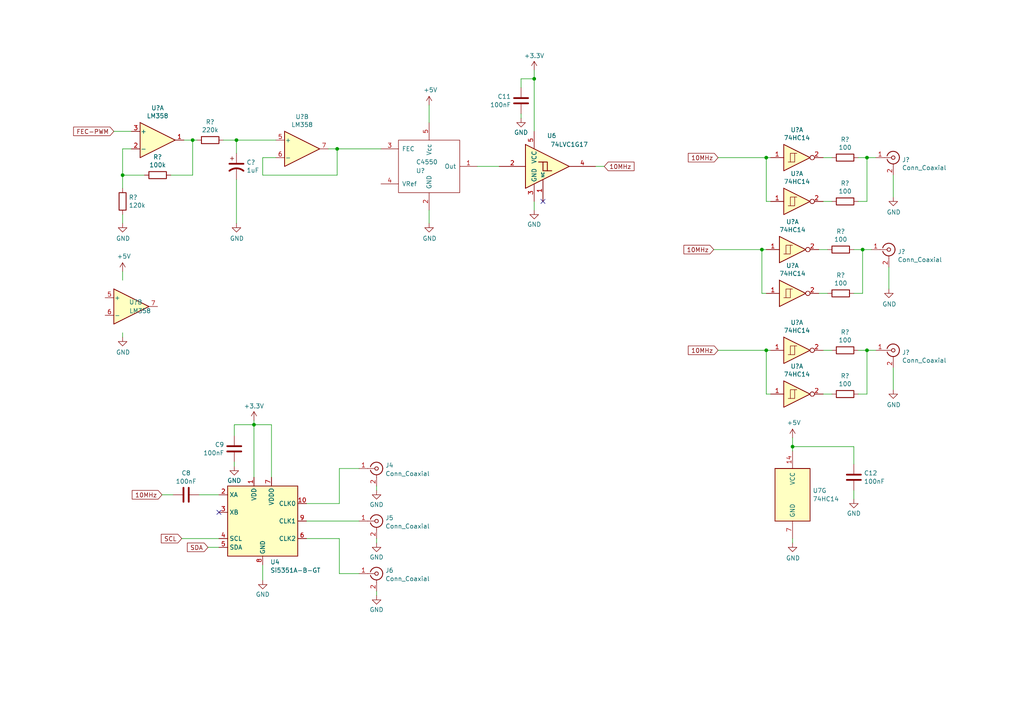
<source format=kicad_sch>
(kicad_sch (version 20230121) (generator eeschema)
  (paper "A4")
  (lib_symbols
    (symbol "74xGxx:74LVC1G17"
      (property "Reference" "U" (at 2.54 7.62 0))
      (property "Value" "74LVC1G17" (at 5.08 -7.62 0))
      (symbol "74LVC1G17_0_1"
        (polyline (pts (xy -2.54 1.27) (xy -1.27 1.27) (xy -1.27 -1.27)) (stroke (width 0.254)) (fill (type background)))
        (polyline (pts (xy -7.62 6.35) (xy -7.62 -6.35) (xy 5.08 0) (xy -7.62 6.35)) (stroke (width 0.254)) (fill (type background)))
        (polyline (pts (xy -3.81 1.27) (xy -2.54 1.27) (xy -2.54 -1.27) (xy 0 -1.27)) (stroke (width 0.254)) (fill (type background)))
      )
      (symbol "74LVC1G17_1_1"
        (pin free line (at -2.54 -10.16 90) (length 6.35) (name "NC") (number "1"))
        (pin input line (at -15.24 0 0) (length 7.62) (name "~") (number "2"))
        (pin power_in line (at -5.08 -10.16 90) (length 5.08) (name "GND") (number "3"))
        (pin output line (at 12.7 0 180) (length 7.62) (name "~") (number "4"))
        (pin power_in line (at -5.08 10.16 270) (length 5.08) (name "VCC") (number "5"))
      )
    )
    (symbol "74xx:74HC14" (pin_names (offset 1.016))
      (property "Reference" "U" (at 0 1.27 0))
      (property "Value" "74HC14" (at 0 -1.27 0))
      (symbol "74HC14_1_0"
        (polyline (pts (xy -3.81 3.81) (xy -3.81 -3.81) (xy 3.81 0) (xy -3.81 3.81)) (stroke (width 0.254)) (fill (type background)))
        (pin input line (at -7.62 0 0) (length 3.81) (name "~") (number "1"))
        (pin output inverted (at 7.62 0 180) (length 3.81) (name "~") (number "2"))
      )
      (symbol "74HC14_1_1"
        (polyline (pts (xy -1.905 -1.27) (xy -1.905 1.27) (xy -0.635 1.27)))
        (polyline (pts (xy -2.54 -1.27) (xy -0.635 -1.27) (xy -0.635 1.27) (xy 0 1.27)))
      )
      (symbol "74HC14_2_0"
        (polyline (pts (xy -3.81 3.81) (xy -3.81 -3.81) (xy 3.81 0) (xy -3.81 3.81)) (stroke (width 0.254)) (fill (type background)))
        (pin input line (at -7.62 0 0) (length 3.81) (name "~") (number "3"))
        (pin output inverted (at 7.62 0 180) (length 3.81) (name "~") (number "4"))
      )
      (symbol "74HC14_2_1"
        (polyline (pts (xy -1.905 -1.27) (xy -1.905 1.27) (xy -0.635 1.27)))
        (polyline (pts (xy -2.54 -1.27) (xy -0.635 -1.27) (xy -0.635 1.27) (xy 0 1.27)))
      )
      (symbol "74HC14_3_0"
        (polyline (pts (xy -3.81 3.81) (xy -3.81 -3.81) (xy 3.81 0) (xy -3.81 3.81)) (stroke (width 0.254)) (fill (type background)))
        (pin input line (at -7.62 0 0) (length 3.81) (name "~") (number "5"))
        (pin output inverted (at 7.62 0 180) (length 3.81) (name "~") (number "6"))
      )
      (symbol "74HC14_3_1"
        (polyline (pts (xy -1.905 -1.27) (xy -1.905 1.27) (xy -0.635 1.27)))
        (polyline (pts (xy -2.54 -1.27) (xy -0.635 -1.27) (xy -0.635 1.27) (xy 0 1.27)))
      )
      (symbol "74HC14_4_0"
        (polyline (pts (xy -3.81 3.81) (xy -3.81 -3.81) (xy 3.81 0) (xy -3.81 3.81)) (stroke (width 0.254)) (fill (type background)))
        (pin output inverted (at 7.62 0 180) (length 3.81) (name "~") (number "8"))
        (pin input line (at -7.62 0 0) (length 3.81) (name "~") (number "9"))
      )
      (symbol "74HC14_4_1"
        (polyline (pts (xy -1.905 -1.27) (xy -1.905 1.27) (xy -0.635 1.27)))
        (polyline (pts (xy -2.54 -1.27) (xy -0.635 -1.27) (xy -0.635 1.27) (xy 0 1.27)))
      )
      (symbol "74HC14_5_0"
        (polyline (pts (xy -3.81 3.81) (xy -3.81 -3.81) (xy 3.81 0) (xy -3.81 3.81)) (stroke (width 0.254)) (fill (type background)))
        (pin output inverted (at 7.62 0 180) (length 3.81) (name "~") (number "10"))
        (pin input line (at -7.62 0 0) (length 3.81) (name "~") (number "11"))
      )
      (symbol "74HC14_5_1"
        (polyline (pts (xy -1.905 -1.27) (xy -1.905 1.27) (xy -0.635 1.27)))
        (polyline (pts (xy -2.54 -1.27) (xy -0.635 -1.27) (xy -0.635 1.27) (xy 0 1.27)))
      )
      (symbol "74HC14_6_0"
        (polyline (pts (xy -3.81 3.81) (xy -3.81 -3.81) (xy 3.81 0) (xy -3.81 3.81)) (stroke (width 0.254)) (fill (type background)))
        (pin output inverted (at 7.62 0 180) (length 3.81) (name "~") (number "12"))
        (pin input line (at -7.62 0 0) (length 3.81) (name "~") (number "13"))
      )
      (symbol "74HC14_6_1"
        (polyline (pts (xy -1.905 -1.27) (xy -1.905 1.27) (xy -0.635 1.27)))
        (polyline (pts (xy -2.54 -1.27) (xy -0.635 -1.27) (xy -0.635 1.27) (xy 0 1.27)))
      )
      (symbol "74HC14_7_0"
        (pin power_in line (at 0 12.7 270) (length 5.08) (name "VCC") (number "14"))
        (pin power_in line (at 0 -12.7 90) (length 5.08) (name "GND") (number "7"))
      )
      (symbol "74HC14_7_1"
        (rectangle (start -5.08 7.62) (end 5.08 -7.62) (stroke (width 0.254)) (fill (type background)))
      )
    )
    (symbol "Amplifier_Operational:LM358" (pin_names (offset 0.127))
      (property "Reference" "U" (at 0 5.08 0))
      (property "Value" "LM358" (at 0 -5.08 0))
      (symbol "LM358_1_1"
        (polyline (pts (xy -5.08 5.08) (xy 5.08 0) (xy -5.08 -5.08) (xy -5.08 5.08)) (stroke (width 0.254)) (fill (type background)))
        (pin output line (at 7.62 0 180) (length 2.54) (name "~") (number "1"))
        (pin input line (at -7.62 -2.54 0) (length 2.54) (name "-") (number "2"))
        (pin input line (at -7.62 2.54 0) (length 2.54) (name "+") (number "3"))
      )
      (symbol "LM358_2_1"
        (polyline (pts (xy -5.08 5.08) (xy 5.08 0) (xy -5.08 -5.08) (xy -5.08 5.08)) (stroke (width 0.254)) (fill (type background)))
        (pin input line (at -7.62 2.54 0) (length 2.54) (name "+") (number "5"))
        (pin input line (at -7.62 -2.54 0) (length 2.54) (name "-") (number "6"))
        (pin output line (at 7.62 0 180) (length 2.54) (name "~") (number "7"))
      )
      (symbol "LM358_3_1"
        (pin power_in line (at -2.54 -7.62 90) (length 3.81) (name "V-") (number "4"))
        (pin power_in line (at -2.54 7.62 270) (length 3.81) (name "V+") (number "8"))
      )
    )
    (symbol "Connector:Conn_Coaxial" (pin_names (offset 1.016) hide)
      (property "Reference" "J" (at 0.254 3.048 0))
      (property "Value" "Conn_Coaxial" (at 2.921 0 90))
      (symbol "Conn_Coaxial_0_1"
        (arc (start -1.778 -0.508) (mid 0.2311 -1.8066) (end 1.778 0) (stroke (width 0.254)))
        (polyline (pts (xy -2.54 0) (xy -0.508 0)))
        (polyline (pts (xy 0 -2.54) (xy 0 -1.778)))
        (circle (center 0 0) (radius 0.508) (stroke (width 0.2032)))
        (arc (start 1.778 0) (mid 0.2099 1.8101) (end -1.778 0.508) (stroke (width 0.254)))
      )
      (symbol "Conn_Coaxial_1_1"
        (pin passive line (at -5.08 0 0) (length 2.54) (name "In") (number "1"))
        (pin passive line (at 0 -5.08 90) (length 2.54) (name "Ext") (number "2"))
      )
    )
    (symbol "Device:C" (pin_numbers hide) (pin_names (offset 0.254))
      (property "Reference" "C" (at 0.635 2.54 0))
      (property "Value" "C" (at 0.635 -2.54 0))
      (symbol "C_0_1"
        (polyline (pts (xy -2.032 -0.762) (xy 2.032 -0.762)) (stroke (width 0.508)))
        (polyline (pts (xy -2.032 0.762) (xy 2.032 0.762)) (stroke (width 0.508)))
      )
      (symbol "C_1_1"
        (pin passive line (at 0 3.81 270) (length 2.794) (name "~") (number "1"))
        (pin passive line (at 0 -3.81 90) (length 2.794) (name "~") (number "2"))
      )
    )
    (symbol "Device:R" (pin_numbers hide) (pin_names (offset 0))
      (property "Reference" "R" (at 2.032 0 90))
      (property "Value" "R" (at 0 0 90))
      (symbol "R_0_1"
        (rectangle (start -1.016 -2.54) (end 1.016 2.54) (stroke (width 0.254)))
      )
      (symbol "R_1_1"
        (pin passive line (at 0 3.81 270) (length 1.27) (name "~") (number "1"))
        (pin passive line (at 0 -3.81 90) (length 1.27) (name "~") (number "2"))
      )
    )
    (symbol "Oscillator:Si5351A-B-GT"
      (property "Reference" "U" (at -8.89 11.43 0))
      (property "Value" "Si5351A-B-GT" (at -12.7 -12.7 0))
      (symbol "Si5351A-B-GT_0_1"
        (rectangle (start -10.16 10.16) (end 10.16 -10.16) (stroke (width 0.254)) (fill (type background)))
      )
      (symbol "Si5351A-B-GT_1_1"
        (pin power_in line (at -2.54 12.7 270) (length 2.54) (name "VDD") (number "1"))
        (pin output line (at 12.7 5.08 180) (length 2.54) (name "CLK0") (number "10"))
        (pin input line (at -12.7 7.62 0) (length 2.54) (name "XA") (number "2"))
        (pin input line (at -12.7 2.54 0) (length 2.54) (name "XB") (number "3"))
        (pin input line (at -12.7 -5.08 0) (length 2.54) (name "SCL") (number "4"))
        (pin bidirectional line (at -12.7 -7.62 0) (length 2.54) (name "SDA") (number "5"))
        (pin output line (at 12.7 -5.08 180) (length 2.54) (name "CLK2") (number "6"))
        (pin power_in line (at 2.54 12.7 270) (length 2.54) (name "VDDO") (number "7"))
        (pin power_in line (at 0 -12.7 90) (length 2.54) (name "GND") (number "8"))
        (pin output line (at 12.7 0 180) (length 2.54) (name "CLK1") (number "9"))
      )
    )
    (symbol "c4550:C4550" (pin_names (offset 1.016))
      (property "Reference" "U" (at 0 -1.27 0))
      (property "Value" "C4550" (at 0 1.27 0))
      (symbol "C4550_0_1"
        (rectangle (start 8.89 7.62) (end -8.89 -7.62))
      )
      (symbol "C4550_1_1"
        (pin output line (at 13.97 0 180) (length 5.08) (name "Out") (number "1"))
        (pin power_in line (at 0 -12.7 90) (length 5.08) (name "GND") (number "2"))
        (pin input line (at -13.97 5.08 0) (length 5.08) (name "FEC") (number "3"))
        (pin output line (at -13.97 -5.08 0) (length 5.08) (name "VRef") (number "4"))
        (pin power_in line (at 0 12.7 270) (length 5.08) (name "Vcc") (number "5"))
      )
    )
    (symbol "cheapsdo-rescue:CP1-Device" (pin_numbers hide) (pin_names (offset 0.254) hide)
      (property "Reference" "C" (at 0.635 2.54 0))
      (property "Value" "Device_CP1" (at 0.635 -2.54 0))
      (symbol "CP1-Device_0_1"
        (polyline (pts (xy -2.032 0.762) (xy 2.032 0.762)) (stroke (width 0.508)))
        (polyline (pts (xy -1.778 2.286) (xy -0.762 2.286)))
        (polyline (pts (xy -1.27 1.778) (xy -1.27 2.794)))
        (arc (start 2.032 -1.27) (mid 0 -0.5572) (end -2.032 -1.27) (stroke (width 0.508)))
      )
      (symbol "CP1-Device_1_1"
        (pin passive line (at 0 3.81 270) (length 2.794) (name "~") (number "1"))
        (pin passive line (at 0 -3.81 90) (length 3.302) (name "~") (number "2"))
      )
    )
    (symbol "power:+3.3V" (power) (pin_names (offset 0))
      (property "Value" "+3.3V" (at 0 3.556 0))
      (symbol "+3.3V_0_1"
        (polyline (pts (xy -0.762 1.27) (xy 0 2.54)))
        (polyline (pts (xy 0 0) (xy 0 2.54)))
        (polyline (pts (xy 0 2.54) (xy 0.762 1.27)))
      )
      (symbol "+3.3V_1_1"
        (pin power_in line (at 0 0 90) (length 0) hide (name "+3.3V") (number "1"))
      )
    )
    (symbol "power:+5V" (power) (pin_names (offset 0))
      (property "Value" "+5V" (at 0 3.556 0))
      (symbol "+5V_0_1"
        (polyline (pts (xy -0.762 1.27) (xy 0 2.54)))
        (polyline (pts (xy 0 0) (xy 0 2.54)))
        (polyline (pts (xy 0 2.54) (xy 0.762 1.27)))
      )
      (symbol "+5V_1_1"
        (pin power_in line (at 0 0 90) (length 0) hide (name "+5V") (number "1"))
      )
    )
    (symbol "power:GND" (power) (pin_names (offset 0))
      (property "Value" "GND" (at 0 -3.81 0))
      (symbol "GND_0_1"
        (polyline (pts (xy 0 0) (xy 0 -1.27) (xy 1.27 -1.27) (xy 0 -2.54) (xy -1.27 -1.27) (xy 0 -1.27)))
      )
      (symbol "GND_1_1"
        (pin power_in line (at 0 0 270) (length 0) hide (name "GND") (number "1"))
      )
    )
  )
  (junction (at 251.46 45.72))
  (junction (at 154.94 22.86))
  (junction (at 251.46 101.6))
  (junction (at 222.25 101.6))
  (junction (at 55.88 40.64))
  (junction (at 250.19 72.39))
  (junction (at 229.87 129.54))
  (junction (at 35.56 50.8))
  (junction (at 222.25 45.72))
  (junction (at 220.98 72.39))
  (junction (at 68.58 40.64))
  (junction (at 97.79 43.18))
  (junction (at 73.66 123.19))
  (no_connect (at 63.5 148.59))
  (no_connect (at 157.48 58.42))
  (wire (pts (xy 238.76 101.6) (xy 241.3 101.6)))
  (wire (pts (xy 88.9 146.05) (xy 98.425 146.05)))
  (wire (pts (xy 109.22 156.21) (xy 109.22 157.48)))
  (wire (pts (xy 38.1 43.18) (xy 35.56 43.18)))
  (wire (pts (xy 97.79 43.18) (xy 95.25 43.18)))
  (wire (pts (xy 55.88 40.64) (xy 53.34 40.64)))
  (wire (pts (xy 80.01 45.72) (xy 76.2 45.72)))
  (wire (pts (xy 222.25 58.42) (xy 223.52 58.42)))
  (wire (pts (xy 35.56 62.23) (xy 35.56 64.77)))
  (wire (pts (xy 78.74 138.43) (xy 78.74 123.19)))
  (wire (pts (xy 220.98 72.39) (xy 220.98 85.09)))
  (wire (pts (xy 151.13 25.4) (xy 151.13 22.86)))
  (wire (pts (xy 49.53 50.8) (xy 55.88 50.8)))
  (wire (pts (xy 73.66 121.92) (xy 73.66 123.19)))
  (wire (pts (xy 229.87 129.54) (xy 229.87 130.81)))
  (wire (pts (xy 33.02 38.1) (xy 38.1 38.1)))
  (wire (pts (xy 208.28 101.6) (xy 222.25 101.6)))
  (wire (pts (xy 35.56 96.52) (xy 35.56 97.79)))
  (wire (pts (xy 78.74 123.19) (xy 73.66 123.19)))
  (wire (pts (xy 238.76 114.3) (xy 241.3 114.3)))
  (wire (pts (xy 237.49 85.09) (xy 240.03 85.09)))
  (wire (pts (xy 88.9 151.13) (xy 104.14 151.13)))
  (wire (pts (xy 220.98 72.39) (xy 222.25 72.39)))
  (wire (pts (xy 229.87 129.54) (xy 247.65 129.54)))
  (wire (pts (xy 109.22 140.97) (xy 109.22 142.24)))
  (wire (pts (xy 222.25 101.6) (xy 222.25 114.3)))
  (wire (pts (xy 76.2 163.83) (xy 76.2 168.275)))
  (wire (pts (xy 104.14 166.37) (xy 98.425 166.37)))
  (wire (pts (xy 208.28 45.72) (xy 222.25 45.72)))
  (wire (pts (xy 154.94 58.42) (xy 154.94 60.96)))
  (wire (pts (xy 222.25 45.72) (xy 222.25 58.42)))
  (wire (pts (xy 73.66 123.19) (xy 73.66 138.43)))
  (wire (pts (xy 154.94 22.86) (xy 154.94 38.1)))
  (wire (pts (xy 138.43 48.26) (xy 144.78 48.26)))
  (wire (pts (xy 251.46 45.72) (xy 254 45.72)))
  (wire (pts (xy 229.87 127) (xy 229.87 129.54)))
  (wire (pts (xy 257.81 77.47) (xy 257.81 83.82)))
  (wire (pts (xy 68.58 64.77) (xy 68.58 52.07)))
  (wire (pts (xy 98.425 146.05) (xy 98.425 135.89)))
  (wire (pts (xy 76.2 50.8) (xy 97.79 50.8)))
  (wire (pts (xy 55.88 50.8) (xy 55.88 40.64)))
  (wire (pts (xy 207.01 72.39) (xy 220.98 72.39)))
  (wire (pts (xy 259.08 50.8) (xy 259.08 57.15)))
  (wire (pts (xy 35.56 43.18) (xy 35.56 50.8)))
  (wire (pts (xy 251.46 45.72) (xy 251.46 58.42)))
  (wire (pts (xy 67.945 123.19) (xy 67.945 126.365)))
  (wire (pts (xy 124.46 35.56) (xy 124.46 30.48)))
  (wire (pts (xy 250.19 72.39) (xy 250.19 85.09)))
  (wire (pts (xy 98.425 156.21) (xy 88.9 156.21)))
  (wire (pts (xy 35.56 54.61) (xy 35.56 50.8)))
  (wire (pts (xy 250.19 72.39) (xy 252.73 72.39)))
  (wire (pts (xy 68.58 40.64) (xy 68.58 44.45)))
  (wire (pts (xy 247.65 72.39) (xy 250.19 72.39)))
  (wire (pts (xy 60.325 158.75) (xy 63.5 158.75)))
  (wire (pts (xy 222.25 114.3) (xy 223.52 114.3)))
  (wire (pts (xy 248.92 45.72) (xy 251.46 45.72)))
  (wire (pts (xy 35.56 50.8) (xy 41.91 50.8)))
  (wire (pts (xy 35.56 78.74) (xy 35.56 81.28)))
  (wire (pts (xy 154.94 20.32) (xy 154.94 22.86)))
  (wire (pts (xy 55.88 40.64) (xy 57.15 40.64)))
  (wire (pts (xy 98.425 166.37) (xy 98.425 156.21)))
  (wire (pts (xy 238.76 45.72) (xy 241.3 45.72)))
  (wire (pts (xy 251.46 101.6) (xy 251.46 114.3)))
  (wire (pts (xy 46.99 143.51) (xy 50.165 143.51)))
  (wire (pts (xy 251.46 101.6) (xy 254 101.6)))
  (wire (pts (xy 109.22 171.45) (xy 109.22 172.72)))
  (wire (pts (xy 73.66 123.19) (xy 67.945 123.19)))
  (wire (pts (xy 247.65 129.54) (xy 247.65 134.62)))
  (wire (pts (xy 97.79 43.18) (xy 110.49 43.18)))
  (wire (pts (xy 259.08 106.68) (xy 259.08 113.03)))
  (wire (pts (xy 68.58 40.64) (xy 80.01 40.64)))
  (wire (pts (xy 124.46 60.96) (xy 124.46 64.77)))
  (wire (pts (xy 97.79 50.8) (xy 97.79 43.18)))
  (wire (pts (xy 251.46 58.42) (xy 248.92 58.42)))
  (wire (pts (xy 172.72 48.26) (xy 175.26 48.26)))
  (wire (pts (xy 151.13 33.02) (xy 151.13 34.29)))
  (wire (pts (xy 248.92 101.6) (xy 251.46 101.6)))
  (wire (pts (xy 238.76 58.42) (xy 241.3 58.42)))
  (wire (pts (xy 229.87 156.21) (xy 229.87 157.48)))
  (wire (pts (xy 64.77 40.64) (xy 68.58 40.64)))
  (wire (pts (xy 247.65 142.24) (xy 247.65 144.78)))
  (wire (pts (xy 251.46 114.3) (xy 248.92 114.3)))
  (wire (pts (xy 57.785 143.51) (xy 63.5 143.51)))
  (wire (pts (xy 220.98 85.09) (xy 222.25 85.09)))
  (wire (pts (xy 250.19 85.09) (xy 247.65 85.09)))
  (wire (pts (xy 52.705 156.21) (xy 63.5 156.21)))
  (wire (pts (xy 222.25 101.6) (xy 223.52 101.6)))
  (wire (pts (xy 151.13 22.86) (xy 154.94 22.86)))
  (wire (pts (xy 76.2 45.72) (xy 76.2 50.8)))
  (wire (pts (xy 222.25 45.72) (xy 223.52 45.72)))
  (wire (pts (xy 237.49 72.39) (xy 240.03 72.39)))
  (wire (pts (xy 67.945 133.985) (xy 67.945 135.255)))
  (wire (pts (xy 98.425 135.89) (xy 104.14 135.89)))
  (global_label "10MHz" (shape input) (at 208.28 45.72 180) (property "Intersheetrefs" "${INTERSHEET_REFS}" (effects hide)))
  (global_label "10MHz" (shape input) (at 46.99 143.51 180) (property "Intersheetrefs" "${INTERSHEET_REFS}" (effects hide)))
  (global_label "10MHz" (shape input) (at 207.01 72.39 180) (property "Intersheetrefs" "${INTERSHEET_REFS}" (effects hide)))
  (global_label "SCL" (shape input) (at 52.705 156.21 180) (property "Intersheetrefs" "${INTERSHEET_REFS}" (effects hide)))
  (global_label "10MHz" (shape input) (at 175.26 48.26 0) (property "Intersheetrefs" "${INTERSHEET_REFS}" (effects hide)))
  (global_label "FEC-PWM" (shape input) (at 33.02 38.1 180) (property "Intersheetrefs" "${INTERSHEET_REFS}" (effects hide)))
  (global_label "SDA" (shape input) (at 60.325 158.75 180) (property "Intersheetrefs" "${INTERSHEET_REFS}" (effects hide)))
  (global_label "10MHz" (shape input) (at 208.28 101.6 180) (property "Intersheetrefs" "${INTERSHEET_REFS}" (effects hide)))
  (symbol (lib_id "power:GND") (at 76.2 168.275 0) (unit 1)
    (property "Reference" "#PWR035" (effects hide))
    (property "Value" "GND" (at 76.2 172.4081 0))
  )
  (symbol (lib_id "Connector:Conn_Coaxial") (at 257.81 72.39 0) (unit 1)
    (property "Reference" "J?" (at 260.35 73.025 0) (effects (justify left)))
    (property "Value" "Conn_Coaxial" (at 260.35 75.3364 0) (effects (justify left)))
    (property "Footprint" "Connector_Coaxial:SMA_Samtec_SMA-J-P-X-ST-EM1_EdgeMount" (effects hide))
    (property "Datasheet" " ~" (effects hide))
    (instances (project "cheapsdo" (path "" (reference "J?") (unit 1)) (path "" (reference "J7") (unit 1))))
  )
  (symbol (lib_id "Device:C") (at 67.945 130.175 180) (unit 1)
    (property "Reference" "C9" (at 65.0241 128.9629 0) (effects (justify left)))
    (property "Value" "100nF" (at 65.0241 131.3871 0) (effects (justify left)))
    (property "Footprint" "Capacitor_SMD:C_0603_1608Metric_Pad1.08x0.95mm_HandSolder" (effects hide))
  )
  (symbol (lib_id "Connector:Conn_Coaxial") (at 259.08 101.6 0) (unit 1)
    (property "Reference" "J?" (at 261.62 102.235 0) (effects (justify left)))
    (property "Value" "Conn_Coaxial" (at 261.62 104.5464 0) (effects (justify left)))
    (property "Footprint" "Connector_Coaxial:SMA_Samtec_SMA-J-P-X-ST-EM1_EdgeMount" (effects hide))
    (property "Datasheet" " ~" (effects hide))
    (instances (project "cheapsdo" (path "" (reference "J?") (unit 1)) (path "" (reference "J9") (unit 1))))
  )
  (symbol (lib_id "Device:R") (at 45.72 50.8 270) (unit 1)
    (property "Reference" "R?" (at 45.72 45.5422 90))
    (property "Value" "100k" (at 45.72 47.8536 90))
    (property "Footprint" "Resistor_SMD:R_0603_1608Metric_Pad0.98x0.95mm_HandSolder" (effects hide))
    (instances (project "cheapsdo" (path "" (reference "R?") (unit 1)) (path "" (reference "R12") (unit 1))))
  )
  (symbol (lib_id "cheapsdo-rescue:CP1-Device") (at 68.58 48.26 0) (unit 1)
    (property "Reference" "C?" (at 71.501 47.0916 0) (effects (justify left)))
    (property "Value" "1uF" (at 71.501 49.403 0) (effects (justify left)))
    (property "Footprint" "Capacitor_SMD:C_0805_2012Metric_Pad1.18x1.45mm_HandSolder" (effects hide))
    (instances (project "cheapsdo" (path "" (reference "C?") (unit 1)) (path "" (reference "C10") (unit 1))))
  )
  (symbol (lib_id "74xx:74HC14") (at 231.14 58.42 0) (unit 1)
    (property "Reference" "U?" (at 231.14 50.3682 0))
    (property "Value" "74HC14" (at 231.14 52.6796 0))
    (property "Footprint" "Package_SO:SO-14_3.9x8.65mm_P1.27mm" (effects hide))
    (property "Datasheet" "http://www.ti.com/lit/gpn/sn74HC14" (effects hide))
    (instances (project "cheapsdo" (path "" (reference "U?") (unit 1)) (path "" (reference "U7") (unit 2))))
  )
  (symbol (lib_id "power:GND") (at 229.87 157.48 0) (unit 1)
    (property "Reference" "#PWR?" (effects hide))
    (property "Value" "GND" (at 229.997 161.8742 0))
    (instances (project "cheapsdo" (path "" (reference "#PWR?") (unit 1)) (path "" (reference "#PWR045") (unit 1))))
  )
  (symbol (lib_id "power:GND") (at 259.08 57.15 0) (unit 1)
    (property "Reference" "#PWR?" (effects hide))
    (property "Value" "GND" (at 259.207 61.5442 0))
    (instances (project "cheapsdo" (path "" (reference "#PWR?") (unit 1)) (path "" (reference "#PWR048") (unit 1))))
  )
  (symbol (lib_id "74xx:74HC14") (at 231.14 114.3 0) (unit 1)
    (property "Reference" "U?" (at 231.14 106.2482 0))
    (property "Value" "74HC14" (at 231.14 108.5596 0))
    (property "Footprint" "Package_SO:SO-14_3.9x8.65mm_P1.27mm" (effects hide))
    (property "Datasheet" "http://www.ti.com/lit/gpn/sn74HC14" (effects hide))
    (instances (project "cheapsdo" (path "" (reference "U?") (unit 1)) (path "" (reference "U7") (unit 6))))
  )
  (symbol (lib_id "Device:R") (at 245.11 45.72 270) (unit 1)
    (property "Reference" "R?" (at 245.11 40.4622 90))
    (property "Value" "100" (at 245.11 42.7736 90))
    (property "Footprint" "Resistor_SMD:R_0603_1608Metric_Pad0.98x0.95mm_HandSolder" (effects hide))
    (instances (project "cheapsdo" (path "" (reference "R?") (unit 1)) (path "" (reference "R16") (unit 1))))
  )
  (symbol (lib_id "Connector:Conn_Coaxial") (at 259.08 45.72 0) (unit 1)
    (property "Reference" "J?" (at 261.62 46.355 0) (effects (justify left)))
    (property "Value" "Conn_Coaxial" (at 261.62 48.6664 0) (effects (justify left)))
    (property "Footprint" "Connector_Coaxial:SMA_Samtec_SMA-J-P-X-ST-EM1_EdgeMount" (effects hide))
    (property "Datasheet" " ~" (effects hide))
    (instances (project "cheapsdo" (path "" (reference "J?") (unit 1)) (path "" (reference "J8") (unit 1))))
  )
  (symbol (lib_id "power:GND") (at 154.94 60.96 0) (unit 1)
    (property "Reference" "#PWR043" (effects hide))
    (property "Value" "GND" (at 154.94 65.0931 0))
  )
  (symbol (lib_id "Connector:Conn_Coaxial") (at 109.22 151.13 0) (unit 1)
    (property "Reference" "J5" (at 111.7601 150.2111 0) (effects (justify left)))
    (property "Value" "Conn_Coaxial" (at 111.7601 152.6353 0) (effects (justify left)))
    (property "Footprint" "Connector_Coaxial:U.FL_Molex_MCRF_73412-0110_Vertical" (effects hide))
    (property "Datasheet" " ~" (effects hide))
  )
  (symbol (lib_id "74xGxx:74LVC1G17") (at 160.02 48.26 0) (unit 1)
    (property "Reference" "U6" (at 160.02 39.37 0))
    (property "Value" "74LVC1G17" (at 165.1 41.91 0))
    (property "Footprint" "Package_TO_SOT_SMD:SOT-23-5_HandSoldering" (effects hide))
    (property "Datasheet" "https://www.ti.com/lit/ds/symlink/sn74lvc1g17.pdf" (effects hide))
    (instances (project "cheapsdo" (path "" (reference "U6") (unit 1))) (project "ublox-lea-6h-breakout" (path "" (reference "U2") (unit 1))))
  )
  (symbol (lib_id "74xx:74HC14") (at 231.14 45.72 0) (unit 1)
    (property "Reference" "U?" (at 231.14 37.6682 0))
    (property "Value" "74HC14" (at 231.14 39.9796 0))
    (property "Footprint" "Package_SO:SO-14_3.9x8.65mm_P1.27mm" (effects hide))
    (property "Datasheet" "http://www.ti.com/lit/gpn/sn74HC14" (effects hide))
    (instances (project "cheapsdo" (path "" (reference "U?") (unit 1)) (path "" (reference "U7") (unit 1))))
  )
  (symbol (lib_id "Device:C") (at 247.65 138.43 0) (unit 1)
    (property "Reference" "C12" (at 250.571 137.2179 0) (effects (justify left)))
    (property "Value" "100nF" (at 250.571 139.6421 0) (effects (justify left)))
    (property "Footprint" "Capacitor_SMD:C_0603_1608Metric_Pad1.08x0.95mm_HandSolder" (effects hide))
  )
  (symbol (lib_id "Connector:Conn_Coaxial") (at 109.22 166.37 0) (unit 1)
    (property "Reference" "J6" (at 111.7601 165.4511 0) (effects (justify left)))
    (property "Value" "Conn_Coaxial" (at 111.7601 167.8753 0) (effects (justify left)))
    (property "Footprint" "Connector_Coaxial:U.FL_Molex_MCRF_73412-0110_Vertical" (effects hide))
    (property "Datasheet" " ~" (effects hide))
  )
  (symbol (lib_id "74xx:74HC14") (at 229.87 143.51 0) (unit 7)
    (property "Reference" "U7" (at 235.712 142.2979 0) (effects (justify left)))
    (property "Value" "74HC14" (at 235.712 144.7221 0) (effects (justify left)))
    (property "Footprint" "Package_SO:SO-14_3.9x8.65mm_P1.27mm" (effects hide))
    (property "Datasheet" "http://www.ti.com/lit/gpn/sn74HC14" (effects hide))
  )
  (symbol (lib_id "Amplifier_Operational:LM358") (at 45.72 40.64 0) (unit 1)
    (property "Reference" "U?" (at 45.72 31.3182 0))
    (property "Value" "LM358" (at 45.72 33.6296 0))
    (property "Footprint" "Package_SO:SOIC-8_3.9x4.9mm_P1.27mm" (effects hide))
    (property "Datasheet" "http://www.ti.com/lit/ds/symlink/lm2904-n.pdf" (effects hide))
    (instances (project "cheapsdo" (path "" (reference "U?") (unit 1)) (path "" (reference "U3") (unit 1))))
  )
  (symbol (lib_id "power:GND") (at 109.22 157.48 0) (unit 1)
    (property "Reference" "#PWR037" (effects hide))
    (property "Value" "GND" (at 109.22 161.6131 0))
  )
  (symbol (lib_id "power:+3.3V") (at 73.66 121.92 0) (unit 1)
    (property "Reference" "#PWR034" (effects hide))
    (property "Value" "+3.3V" (at 73.66 117.7869 0))
  )
  (symbol (lib_id "power:GND") (at 35.56 97.79 0) (unit 1)
    (property "Reference" "#PWR?" (effects hide))
    (property "Value" "GND" (at 35.687 102.1842 0))
    (instances (project "cheapsdo" (path "" (reference "#PWR?") (unit 1)) (path "" (reference "#PWR031") (unit 1))))
  )
  (symbol (lib_id "power:GND") (at 247.65 144.78 0) (unit 1)
    (property "Reference" "#PWR046" (effects hide))
    (property "Value" "GND" (at 247.65 148.9131 0))
  )
  (symbol (lib_id "power:GND") (at 257.81 83.82 0) (unit 1)
    (property "Reference" "#PWR?" (effects hide))
    (property "Value" "GND" (at 257.937 88.2142 0))
    (instances (project "cheapsdo" (path "" (reference "#PWR?") (unit 1)) (path "" (reference "#PWR047") (unit 1))))
  )
  (symbol (lib_id "74xx:74HC14") (at 229.87 72.39 0) (unit 1)
    (property "Reference" "U?" (at 229.87 64.3382 0))
    (property "Value" "74HC14" (at 229.87 66.6496 0))
    (property "Footprint" "Package_SO:SO-14_3.9x8.65mm_P1.27mm" (effects hide))
    (property "Datasheet" "http://www.ti.com/lit/gpn/sn74HC14" (effects hide))
    (instances (project "cheapsdo" (path "" (reference "U?") (unit 1)) (path "" (reference "U7") (unit 3))))
  )
  (symbol (lib_id "Device:R") (at 243.84 85.09 270) (unit 1)
    (property "Reference" "R?" (at 243.84 79.8322 90))
    (property "Value" "100" (at 243.84 82.1436 90))
    (property "Footprint" "Resistor_SMD:R_0603_1608Metric_Pad0.98x0.95mm_HandSolder" (effects hide))
    (instances (project "cheapsdo" (path "" (reference "R?") (unit 1)) (path "" (reference "R15") (unit 1))))
  )
  (symbol (lib_id "Device:R") (at 245.11 101.6 270) (unit 1)
    (property "Reference" "R?" (at 245.11 96.3422 90))
    (property "Value" "100" (at 245.11 98.6536 90))
    (property "Footprint" "Resistor_SMD:R_0603_1608Metric_Pad0.98x0.95mm_HandSolder" (effects hide))
    (instances (project "cheapsdo" (path "" (reference "R?") (unit 1)) (path "" (reference "R18") (unit 1))))
  )
  (symbol (lib_id "power:+5V") (at 35.56 78.74 0) (unit 1)
    (property "Reference" "#PWR?" (effects hide))
    (property "Value" "+5V" (at 35.941 74.3458 0))
    (instances (project "cheapsdo" (path "" (reference "#PWR?") (unit 1)) (path "" (reference "#PWR030") (unit 1))))
  )
  (symbol (lib_id "power:GND") (at 35.56 64.77 0) (unit 1)
    (property "Reference" "#PWR?" (effects hide))
    (property "Value" "GND" (at 35.687 69.1642 0))
    (instances (project "cheapsdo" (path "" (reference "#PWR?") (unit 1)) (path "" (reference "#PWR029") (unit 1))))
  )
  (symbol (lib_id "Device:R") (at 245.11 114.3 270) (unit 1)
    (property "Reference" "R?" (at 245.11 109.0422 90))
    (property "Value" "100" (at 245.11 111.3536 90))
    (property "Footprint" "Resistor_SMD:R_0603_1608Metric_Pad0.98x0.95mm_HandSolder" (effects hide))
    (instances (project "cheapsdo" (path "" (reference "R?") (unit 1)) (path "" (reference "R19") (unit 1))))
  )
  (symbol (lib_id "power:GND") (at 68.58 64.77 0) (unit 1)
    (property "Reference" "#PWR?" (effects hide))
    (property "Value" "GND" (at 68.707 69.1642 0))
    (instances (project "cheapsdo" (path "" (reference "#PWR?") (unit 1)) (path "" (reference "#PWR033") (unit 1))))
  )
  (symbol (lib_id "Device:R") (at 245.11 58.42 270) (unit 1)
    (property "Reference" "R?" (at 245.11 53.1622 90))
    (property "Value" "100" (at 245.11 55.4736 90))
    (property "Footprint" "Resistor_SMD:R_0603_1608Metric_Pad0.98x0.95mm_HandSolder" (effects hide))
    (instances (project "cheapsdo" (path "" (reference "R?") (unit 1)) (path "" (reference "R17") (unit 1))))
  )
  (symbol (lib_id "power:+5V") (at 124.46 30.48 0) (unit 1)
    (property "Reference" "#PWR?" (effects hide))
    (property "Value" "+5V" (at 124.841 26.0858 0))
    (instances (project "cheapsdo" (path "" (reference "#PWR?") (unit 1)) (path "" (reference "#PWR039") (unit 1))))
  )
  (symbol (lib_id "Device:C") (at 53.975 143.51 270) (unit 1)
    (property "Reference" "C8" (at 53.975 137.2067 90))
    (property "Value" "100nF" (at 53.975 139.6309 90))
    (property "Footprint" "Capacitor_SMD:C_0603_1608Metric_Pad1.08x0.95mm_HandSolder" (effects hide))
  )
  (symbol (lib_id "74xx:74HC14") (at 231.14 101.6 0) (unit 1)
    (property "Reference" "U?" (at 231.14 93.5482 0))
    (property "Value" "74HC14" (at 231.14 95.8596 0))
    (property "Footprint" "Package_SO:SO-14_3.9x8.65mm_P1.27mm" (effects hide))
    (property "Datasheet" "http://www.ti.com/lit/gpn/sn74HC14" (effects hide))
    (instances (project "cheapsdo" (path "" (reference "U?") (unit 1)) (path "" (reference "U7") (unit 5))))
  )
  (symbol (lib_id "74xx:74HC14") (at 229.87 85.09 0) (unit 1)
    (property "Reference" "U?" (at 229.87 77.0382 0))
    (property "Value" "74HC14" (at 229.87 79.3496 0))
    (property "Footprint" "Package_SO:SO-14_3.9x8.65mm_P1.27mm" (effects hide))
    (property "Datasheet" "http://www.ti.com/lit/gpn/sn74HC14" (effects hide))
    (instances (project "cheapsdo" (path "" (reference "U?") (unit 1)) (path "" (reference "U7") (unit 4))))
  )
  (symbol (lib_id "Device:R") (at 243.84 72.39 270) (unit 1)
    (property "Reference" "R?" (at 243.84 67.1322 90))
    (property "Value" "100" (at 243.84 69.4436 90))
    (property "Footprint" "Resistor_SMD:R_0603_1608Metric_Pad0.98x0.95mm_HandSolder" (effects hide))
    (instances (project "cheapsdo" (path "" (reference "R?") (unit 1)) (path "" (reference "R14") (unit 1))))
  )
  (symbol (lib_id "Device:C") (at 151.13 29.21 180) (unit 1)
    (property "Reference" "C11" (at 148.2091 27.9979 0) (effects (justify left)))
    (property "Value" "100nF" (at 148.2091 30.4221 0) (effects (justify left)))
    (property "Footprint" "Capacitor_SMD:C_0603_1608Metric_Pad1.08x0.95mm_HandSolder" (effects hide))
  )
  (symbol (lib_id "Amplifier_Operational:LM358") (at 87.63 43.18 0) (unit 2)
    (property "Reference" "U?" (at 87.63 33.8582 0))
    (property "Value" "LM358" (at 87.63 36.1696 0))
    (property "Footprint" "Package_SO:SOIC-8_3.9x4.9mm_P1.27mm" (effects hide))
    (property "Datasheet" "http://www.ti.com/lit/ds/symlink/lm2904-n.pdf" (effects hide))
    (instances (project "cheapsdo" (path "" (reference "U?") (unit 2)) (path "" (reference "U3") (unit 2))))
  )
  (symbol (lib_id "power:+5V") (at 229.87 127 0) (unit 1)
    (property "Reference" "#PWR?" (effects hide))
    (property "Value" "+5V" (at 230.251 122.6058 0))
    (instances (project "cheapsdo" (path "" (reference "#PWR?") (unit 1)) (path "" (reference "#PWR044") (unit 1))))
  )
  (symbol (lib_id "power:GND") (at 151.13 34.29 0) (unit 1)
    (property "Reference" "#PWR041" (effects hide))
    (property "Value" "GND" (at 151.13 38.4231 0))
  )
  (symbol (lib_id "power:GND") (at 109.22 142.24 0) (unit 1)
    (property "Reference" "#PWR036" (effects hide))
    (property "Value" "GND" (at 109.22 146.3731 0))
  )
  (symbol (lib_id "power:GND") (at 259.08 113.03 0) (unit 1)
    (property "Reference" "#PWR?" (effects hide))
    (property "Value" "GND" (at 259.207 117.4242 0))
    (instances (project "cheapsdo" (path "" (reference "#PWR?") (unit 1)) (path "" (reference "#PWR049") (unit 1))))
  )
  (symbol (lib_id "power:+3.3V") (at 154.94 20.32 0) (unit 1)
    (property "Reference" "#PWR042" (effects hide))
    (property "Value" "+3.3V" (at 154.94 16.1869 0))
  )
  (symbol (lib_id "Oscillator:Si5351A-B-GT") (at 76.2 151.13 0) (unit 1)
    (property "Reference" "U4" (at 78.3941 163.0101 0) (effects (justify left)))
    (property "Value" "Si5351A-B-GT" (at 78.3941 165.4343 0) (effects (justify left)))
    (property "Footprint" "Package_SO:MSOP-10_3x3mm_P0.5mm" (effects hide))
    (property "Datasheet" "https://www.silabs.com/documents/public/data-sheets/Si5351-B.pdf" (effects hide))
  )
  (symbol (lib_id "Connector:Conn_Coaxial") (at 109.22 135.89 0) (unit 1)
    (property "Reference" "J4" (at 111.7601 134.9711 0) (effects (justify left)))
    (property "Value" "Conn_Coaxial" (at 111.7601 137.3953 0) (effects (justify left)))
    (property "Footprint" "Connector_Coaxial:U.FL_Molex_MCRF_73412-0110_Vertical" (effects hide))
    (property "Datasheet" " ~" (effects hide))
  )
  (symbol (lib_id "Device:R") (at 60.96 40.64 270) (unit 1)
    (property "Reference" "R?" (at 60.96 35.3822 90))
    (property "Value" "220k" (at 60.96 37.6936 90))
    (property "Footprint" "Resistor_SMD:R_0603_1608Metric_Pad0.98x0.95mm_HandSolder" (effects hide))
    (instances (project "cheapsdo" (path "" (reference "R?") (unit 1)) (path "" (reference "R13") (unit 1))))
  )
  (symbol (lib_id "Device:R") (at 35.56 58.42 0) (unit 1)
    (property "Reference" "R?" (at 37.338 57.2516 0) (effects (justify left)))
    (property "Value" "120k" (at 37.338 59.563 0) (effects (justify left)))
    (property "Footprint" "Resistor_SMD:R_0603_1608Metric_Pad0.98x0.95mm_HandSolder" (effects hide))
    (instances (project "cheapsdo" (path "" (reference "R?") (unit 1)) (path "" (reference "R11") (unit 1))))
  )
  (symbol (lib_id "power:GND") (at 67.945 135.255 0) (unit 1)
    (property "Reference" "#PWR032" (effects hide))
    (property "Value" "GND" (at 67.945 139.3881 0))
  )
  (symbol (lib_id "power:GND") (at 109.22 172.72 0) (unit 1)
    (property "Reference" "#PWR038" (effects hide))
    (property "Value" "GND" (at 109.22 176.8531 0))
  )
  (symbol (lib_id "c4550:C4550") (at 124.46 48.26 0) (unit 1)
    (property "Reference" "U?" (at 120.65 49.53 0) (effects (justify left)))
    (property "Value" "C4550" (at 120.65 46.99 0) (effects (justify left)))
    (property "Footprint" "ocxo:ocxo" (effects hide))
    (instances (project "cheapsdo" (path "" (reference "U?") (unit 1)) (path "" (reference "U5") (unit 1))))
  )
  (symbol (lib_id "power:GND") (at 124.46 64.77 0) (unit 1)
    (property "Reference" "#PWR?" (effects hide))
    (property "Value" "GND" (at 124.587 69.1642 0))
    (instances (project "cheapsdo" (path "" (reference "#PWR?") (unit 1)) (path "" (reference "#PWR040") (unit 1))))
  )
  (symbol (lib_id "Amplifier_Operational:LM358") (at 38.1 88.9 0) (unit 2)
    (property "Reference" "U?" (at 39.37 87.63 0))
    (property "Value" "LM358" (at 40.64 90.17 0))
    (property "Footprint" "Package_SO:SOIC-8_3.9x4.9mm_P1.27mm" (effects hide))
    (property "Datasheet" "http://www.ti.com/lit/ds/symlink/lm2904-n.pdf" (effects hide))
    (instances (project "cheapsdo" (path "" (reference "U?") (unit 2)) (path "" (reference "U3") (unit 3))))
  )
)
</source>
